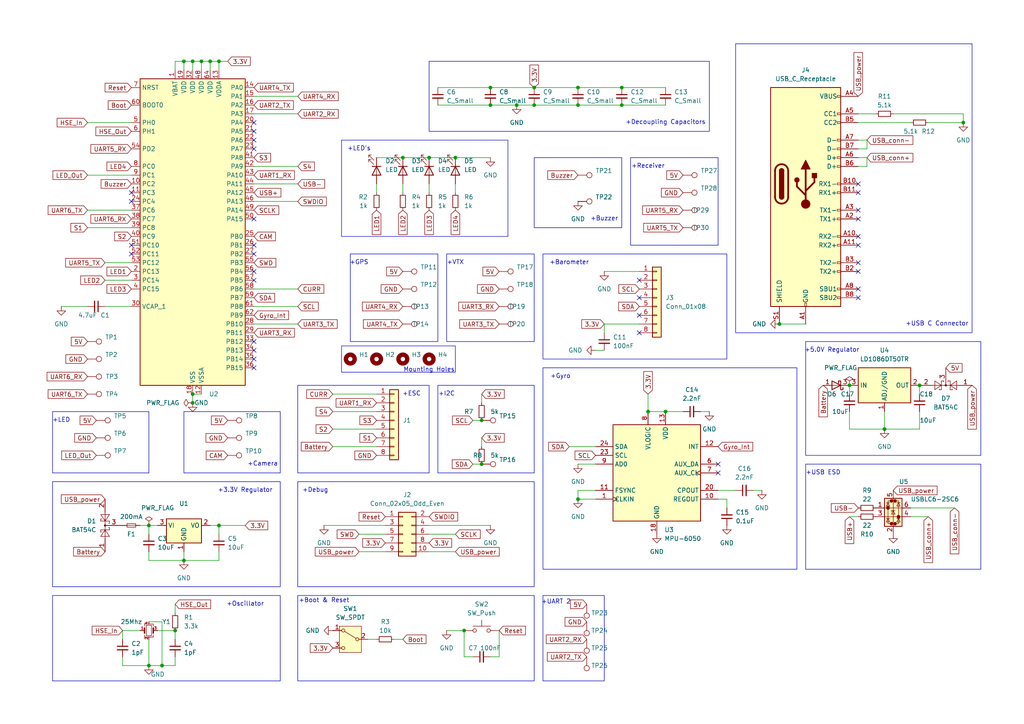
<source format=kicad_sch>
(kicad_sch (version 20231120) (generator "eeschema") (generator_version "8.0")
  (paper "A4")
  (title_block (title "Flight Controller") (date "2024-10-19") (company "Prince Lee Muhera"))
  (lib_symbols
    (symbol "Connector:TestPoint" (pin_numbers hide) (pin_names (offset 0.762) hide)
      (property "Reference" "TP" (at 0 6.858 0))
      (property "Value" "TestPoint" (at 0 5.08 0))
      (symbol "TestPoint_1_1"
        (pin passive line (at 0 0 90) (length 2.54) (name "1") (number "1"))
      )
    )
    (symbol "Connector:USB_C_Receptacle" (pin_names (offset 1.016))
      (property "Reference" "J" (at -10.16 29.21 0))
      (property "Value" "USB_C_Receptacle" (at 10.16 29.21 0))
      (symbol "USB_C_Receptacle_1_1"
        (pin passive line (at 0 -40.64 90) (length 5.08) (name "GND") (number "A1"))
        (pin bidirectional line (at 15.24 -15.24 180) (length 5.08) (name "RX2-") (number "A10"))
        (pin bidirectional line (at 15.24 -17.78 180) (length 5.08) (name "RX2+") (number "A11"))
        (pin passive line (at 0 -40.64 90) (length 5.08) hide (name "GND") (number "A12"))
        (pin bidirectional line (at 15.24 -10.16 180) (length 5.08) (name "TX1+") (number "A2"))
        (pin bidirectional line (at 15.24 -7.62 180) (length 5.08) (name "TX1-") (number "A3"))
        (pin passive line (at 15.24 25.4 180) (length 5.08) (name "VBUS") (number "A4"))
        (pin bidirectional line (at 15.24 20.32 180) (length 5.08) (name "CC1") (number "A5"))
        (pin bidirectional line (at 15.24 7.62 180) (length 5.08) (name "D+") (number "A6"))
        (pin bidirectional line (at 15.24 12.7 180) (length 5.08) (name "D-") (number "A7"))
        (pin bidirectional line (at 15.24 -30.48 180) (length 5.08) (name "SBU1") (number "A8"))
        (pin passive line (at 15.24 25.4 180) (length 5.08) hide (name "VBUS") (number "A9"))
        (pin passive line (at 0 -40.64 90) (length 5.08) hide (name "GND") (number "B1"))
        (pin bidirectional line (at 15.24 0 180) (length 5.08) (name "RX1-") (number "B10"))
        (pin bidirectional line (at 15.24 -2.54 180) (length 5.08) (name "RX1+") (number "B11"))
        (pin passive line (at 0 -40.64 90) (length 5.08) hide (name "GND") (number "B12"))
        (pin bidirectional line (at 15.24 -25.4 180) (length 5.08) (name "TX2+") (number "B2"))
        (pin bidirectional line (at 15.24 -22.86 180) (length 5.08) (name "TX2-") (number "B3"))
        (pin passive line (at 15.24 25.4 180) (length 5.08) hide (name "VBUS") (number "B4"))
        (pin bidirectional line (at 15.24 17.78 180) (length 5.08) (name "CC2") (number "B5"))
        (pin bidirectional line (at 15.24 5.08 180) (length 5.08) (name "D+") (number "B6"))
        (pin bidirectional line (at 15.24 10.16 180) (length 5.08) (name "D-") (number "B7"))
        (pin bidirectional line (at 15.24 -33.02 180) (length 5.08) (name "SBU2") (number "B8"))
        (pin passive line (at 15.24 25.4 180) (length 5.08) hide (name "VBUS") (number "B9"))
        (pin passive line (at -7.62 -40.64 90) (length 5.08) (name "SHIELD") (number "S1"))
      )
    )
    (symbol "Connector_Generic:Conn_01x08" (pin_names (offset 1.016) hide)
      (property "Reference" "J" (at 0 10.16 0))
      (property "Value" "Conn_01x08" (at 0 -12.7 0))
      (symbol "Conn_01x08_1_1"
        (pin passive line (at -5.08 7.62 0) (length 3.81) (name "Pin_1") (number "1"))
        (pin passive line (at -5.08 5.08 0) (length 3.81) (name "Pin_2") (number "2"))
        (pin passive line (at -5.08 2.54 0) (length 3.81) (name "Pin_3") (number "3"))
        (pin passive line (at -5.08 0 0) (length 3.81) (name "Pin_4") (number "4"))
        (pin passive line (at -5.08 -2.54 0) (length 3.81) (name "Pin_5") (number "5"))
        (pin passive line (at -5.08 -5.08 0) (length 3.81) (name "Pin_6") (number "6"))
        (pin passive line (at -5.08 -7.62 0) (length 3.81) (name "Pin_7") (number "7"))
        (pin passive line (at -5.08 -10.16 0) (length 3.81) (name "Pin_8") (number "8"))
      )
    )
    (symbol "Connector_Generic:Conn_02x05_Odd_Even" (pin_names (offset 1.016) hide)
      (property "Reference" "J" (at 1.27 7.62 0))
      (property "Value" "Conn_02x05_Odd_Even" (at 1.27 -7.62 0))
      (symbol "Conn_02x05_Odd_Even_1_1"
        (pin passive line (at -5.08 5.08 0) (length 3.81) (name "Pin_1") (number "1"))
        (pin passive line (at 7.62 -5.08 180) (length 3.81) (name "Pin_10") (number "10"))
        (pin passive line (at 7.62 5.08 180) (length 3.81) (name "Pin_2") (number "2"))
        (pin passive line (at -5.08 2.54 0) (length 3.81) (name "Pin_3") (number "3"))
        (pin passive line (at 7.62 2.54 180) (length 3.81) (name "Pin_4") (number "4"))
        (pin passive line (at -5.08 0 0) (length 3.81) (name "Pin_5") (number "5"))
        (pin passive line (at 7.62 0 180) (length 3.81) (name "Pin_6") (number "6"))
        (pin passive line (at -5.08 -2.54 0) (length 3.81) (name "Pin_7") (number "7"))
        (pin passive line (at 7.62 -2.54 180) (length 3.81) (name "Pin_8") (number "8"))
        (pin passive line (at -5.08 -5.08 0) (length 3.81) (name "Pin_9") (number "9"))
      )
    )
    (symbol "Device:C_Small" (pin_numbers hide) (pin_names (offset 0.254) hide)
      (property "Reference" "C" (at 0.254 1.778 0))
      (property "Value" "C_Small" (at 0.254 -2.032 0))
      (symbol "C_Small_1_1"
        (pin passive line (at 0 2.54 270) (length 2.032) (name "~") (number "1"))
        (pin passive line (at 0 -2.54 90) (length 2.032) (name "~") (number "2"))
      )
    )
    (symbol "Device:Crystal_GND24_Small" (pin_names (offset 1.016) hide)
      (property "Reference" "Y" (at 1.27 4.445 0))
      (property "Value" "Crystal_GND24_Small" (at 1.27 2.54 0))
      (symbol "Crystal_GND24_Small_1_1"
        (pin passive line (at -2.54 0 0) (length 1.27) (name "1") (number "1"))
        (pin passive line (at 0 -2.54 90) (length 0.635) (name "2") (number "2"))
        (pin passive line (at 2.54 0 180) (length 1.27) (name "3") (number "3"))
        (pin passive line (at 0 2.54 270) (length 0.635) (name "4") (number "4"))
      )
    )
    (symbol "Device:Fuse_Small" (pin_numbers hide) (pin_names (offset 0.254) hide)
      (property "Reference" "F" (at 0 -1.524 0))
      (property "Value" "Fuse_Small" (at 0 1.524 0))
      (symbol "Fuse_Small_1_1"
        (pin passive line (at -2.54 0 0) (length 1.27) (name "~") (number "1"))
        (pin passive line (at 2.54 0 180) (length 1.27) (name "~") (number "2"))
      )
    )
    (symbol "Device:LED" (pin_numbers hide) (pin_names (offset 1.016) hide)
      (property "Reference" "D" (at 0 2.54 0))
      (property "Value" "LED" (at 0 -2.54 0))
      (symbol "LED_1_1"
        (pin passive line (at -3.81 0 0) (length 2.54) (name "K") (number "1"))
        (pin passive line (at 3.81 0 180) (length 2.54) (name "A") (number "2"))
      )
    )
    (symbol "Device:R_Small" (pin_numbers hide) (pin_names (offset 0.254) hide)
      (property "Reference" "R" (at 0.762 0.508 0))
      (property "Value" "R_Small" (at 0.762 -1.016 0))
      (symbol "R_Small_1_1"
        (pin passive line (at 0 2.54 270) (length 0.762) (name "~") (number "1"))
        (pin passive line (at 0 -2.54 90) (length 0.762) (name "~") (number "2"))
      )
    )
    (symbol "Diode:BAT54C" (pin_names (offset 1.016))
      (property "Reference" "D" (at 0.635 -3.81 0))
      (property "Value" "BAT54C" (at -6.35 3.175 0))
      (symbol "BAT54C_1_1"
        (pin passive line (at -7.62 0 0) (length 3.81) (name "~") (number "1"))
        (pin passive line (at 7.62 0 180) (length 3.81) (name "~") (number "2"))
        (pin passive line (at 0 -5.08 90) (length 5.08) (name "~") (number "3"))
      )
    )
    (symbol "Diode:BAT54W" (pin_names (offset 1.016) hide)
      (property "Reference" "D" (at 0 2.54 0))
      (property "Value" "BAT54W" (at 0 -2.54 0))
      (symbol "BAT54W_1_1"
        (pin passive line (at 3.81 0 180) (length 2.54) (name "A") (number "1"))
        (pin no_connect line (at 0 0 90) (length 2.54) hide (name "NC") (number "2"))
        (pin passive line (at -3.81 0 0) (length 2.54) (name "K") (number "3"))
      )
    )
    (symbol "MCU_ST_STM32F7:STM32F722RETx"
      (property "Reference" "U" (at -15.24 46.99 0))
      (property "Value" "STM32F722RETx" (at 10.16 46.99 0))
      (symbol "STM32F722RETx_1_1"
        (pin power_in line (at -5.08 48.26 270) (length 2.54) (name "VBAT") (number "1"))
        (pin bidirectional line (at -17.78 15.24 0) (length 2.54) (name "PC2") (number "10"))
        (pin bidirectional line (at -17.78 12.7 0) (length 2.54) (name "PC3") (number "11"))
        (pin power_in line (at 2.54 -45.72 90) (length 2.54) (name "VSSA") (number "12"))
        (pin power_in line (at 7.62 48.26 270) (length 2.54) (name "VDDA") (number "13"))
        (pin bidirectional line (at 17.78 43.18 180) (length 2.54) (name "PA0") (number "14"))
        (pin bidirectional line (at 17.78 40.64 180) (length 2.54) (name "PA1") (number "15"))
        (pin bidirectional line (at 17.78 38.1 180) (length 2.54) (name "PA2") (number "16"))
        (pin bidirectional line (at 17.78 35.56 180) (length 2.54) (name "PA3") (number "17"))
        (pin power_in line (at 0 -45.72 90) (length 2.54) (name "VSS") (number "18"))
        (pin power_in line (at -2.54 48.26 270) (length 2.54) (name "VDD") (number "19"))
        (pin bidirectional line (at -17.78 -10.16 0) (length 2.54) (name "PC13") (number "2"))
        (pin bidirectional line (at 17.78 33.02 180) (length 2.54) (name "PA4") (number "20"))
        (pin bidirectional line (at 17.78 30.48 180) (length 2.54) (name "PA5") (number "21"))
        (pin bidirectional line (at 17.78 27.94 180) (length 2.54) (name "PA6") (number "22"))
        (pin bidirectional line (at 17.78 25.4 180) (length 2.54) (name "PA7") (number "23"))
        (pin bidirectional line (at -17.78 10.16 0) (length 2.54) (name "PC4") (number "24"))
        (pin bidirectional line (at 17.78 0 180) (length 2.54) (name "PB0") (number "25"))
        (pin bidirectional line (at 17.78 -2.54 180) (length 2.54) (name "PB1") (number "26"))
        (pin bidirectional line (at 17.78 -5.08 180) (length 2.54) (name "PB2") (number "27"))
        (pin bidirectional line (at 17.78 -25.4 180) (length 2.54) (name "PB10") (number "28"))
        (pin bidirectional line (at 17.78 -27.94 180) (length 2.54) (name "PB11") (number "29"))
        (pin bidirectional line (at -17.78 -12.7 0) (length 2.54) (name "PC14") (number "3"))
        (pin power_out line (at -17.78 -20.32 0) (length 2.54) (name "VCAP_1") (number "30"))
        (pin passive line (at 0 -45.72 90) (length 2.54) hide (name "VSS") (number "31"))
        (pin power_in line (at 0 48.26 270) (length 2.54) (name "VDD") (number "32"))
        (pin bidirectional line (at 17.78 -30.48 180) (length 2.54) (name "PB12") (number "33"))
        (pin bidirectional line (at 17.78 -33.02 180) (length 2.54) (name "PB13") (number "34"))
        (pin bidirectional line (at 17.78 -35.56 180) (length 2.54) (name "PB14") (number "35"))
        (pin bidirectional line (at 17.78 -38.1 180) (length 2.54) (name "PB15") (number "36"))
        (pin bidirectional line (at -17.78 7.62 0) (length 2.54) (name "PC6") (number "37"))
        (pin bidirectional line (at -17.78 5.08 0) (length 2.54) (name "PC7") (number "38"))
        (pin bidirectional line (at -17.78 2.54 0) (length 2.54) (name "PC8") (number "39"))
        (pin bidirectional line (at -17.78 -15.24 0) (length 2.54) (name "PC15") (number "4"))
        (pin bidirectional line (at -17.78 0 0) (length 2.54) (name "PC9") (number "40"))
        (pin bidirectional line (at 17.78 22.86 180) (length 2.54) (name "PA8") (number "41"))
        (pin bidirectional line (at 17.78 20.32 180) (length 2.54) (name "PA9") (number "42"))
        (pin bidirectional line (at 17.78 17.78 180) (length 2.54) (name "PA10") (number "43"))
        (pin bidirectional line (at 17.78 15.24 180) (length 2.54) (name "PA11") (number "44"))
        (pin bidirectional line (at 17.78 12.7 180) (length 2.54) (name "PA12") (number "45"))
        (pin bidirectional line (at 17.78 10.16 180) (length 2.54) (name "PA13") (number "46"))
        (pin passive line (at 0 -45.72 90) (length 2.54) hide (name "VSS") (number "47"))
        (pin power_in line (at 2.54 48.26 270) (length 2.54) (name "VDD") (number "48"))
        (pin bidirectional line (at 17.78 7.62 180) (length 2.54) (name "PA14") (number "49"))
        (pin bidirectional line (at -17.78 33.02 0) (length 2.54) (name "PH0") (number "5"))
        (pin bidirectional line (at 17.78 5.08 180) (length 2.54) (name "PA15") (number "50"))
        (pin bidirectional line (at -17.78 -2.54 0) (length 2.54) (name "PC10") (number "51"))
        (pin bidirectional line (at -17.78 -5.08 0) (length 2.54) (name "PC11") (number "52"))
        (pin bidirectional line (at -17.78 -7.62 0) (length 2.54) (name "PC12") (number "53"))
        (pin bidirectional line (at -17.78 25.4 0) (length 2.54) (name "PD2") (number "54"))
        (pin bidirectional line (at 17.78 -7.62 180) (length 2.54) (name "PB3") (number "55"))
        (pin bidirectional line (at 17.78 -10.16 180) (length 2.54) (name "PB4") (number "56"))
        (pin bidirectional line (at 17.78 -12.7 180) (length 2.54) (name "PB5") (number "57"))
        (pin bidirectional line (at 17.78 -15.24 180) (length 2.54) (name "PB6") (number "58"))
        (pin bidirectional line (at 17.78 -17.78 180) (length 2.54) (name "PB7") (number "59"))
        (pin bidirectional line (at -17.78 30.48 0) (length 2.54) (name "PH1") (number "6"))
        (pin input line (at -17.78 38.1 0) (length 2.54) (name "BOOT0") (number "60"))
        (pin bidirectional line (at 17.78 -20.32 180) (length 2.54) (name "PB8") (number "61"))
        (pin bidirectional line (at 17.78 -22.86 180) (length 2.54) (name "PB9") (number "62"))
        (pin passive line (at 0 -45.72 90) (length 2.54) hide (name "VSS") (number "63"))
        (pin power_in line (at 5.08 48.26 270) (length 2.54) (name "VDD") (number "64"))
        (pin input line (at -17.78 43.18 0) (length 2.54) (name "NRST") (number "7"))
        (pin bidirectional line (at -17.78 20.32 0) (length 2.54) (name "PC0") (number "8"))
        (pin bidirectional line (at -17.78 17.78 0) (length 2.54) (name "PC1") (number "9"))
      )
    )
    (symbol "Mechanical:MountingHole" (pin_names (offset 1.016)) (exclude_from_sim yes) (in_bom no)
      (property "Reference" "H" (at 0 5.08 0))
      (property "Value" "MountingHole" (at 0 3.175 0))
    )
    (symbol "Power_Protection:USBLC6-2SC6" (pin_names hide)
      (property "Reference" "U" (at 0.635 5.715 0))
      (property "Value" "USBLC6-2SC6" (at 0.635 3.81 0))
      (symbol "USBLC6-2SC6_1_1"
        (pin passive line (at -5.08 0 0) (length 2.54) (name "I/O1") (number "1"))
        (pin passive line (at 0 -7.62 90) (length 2.54) (name "GND") (number "2"))
        (pin passive line (at -5.08 -2.54 0) (length 2.54) (name "I/O2") (number "3"))
        (pin passive line (at 5.08 -2.54 180) (length 2.54) (name "I/O2") (number "4"))
        (pin passive line (at 0 5.08 270) (length 2.54) (name "VBUS") (number "5"))
        (pin passive line (at 5.08 0 180) (length 2.54) (name "I/O1") (number "6"))
      )
    )
    (symbol "Regulator_Linear:LD1086DT50TR"
      (property "Reference" "U" (at 0 10.16 0))
      (property "Value" "LD1086DT50TR" (at 0 7.62 0))
      (symbol "LD1086DT50TR_1_1"
        (pin input line (at 0 -7.62 90) (length 2.54) (name "ADJ/GND") (number "1"))
        (pin power_out line (at 10.16 0 180) (length 2.54) (name "OUT") (number "2"))
        (pin power_in line (at -10.16 0 0) (length 2.54) (name "IN") (number "3"))
      )
    )
    (symbol "Regulator_Linear:NCP1117-1.5_SOT223"
      (property "Reference" "U" (at -3.81 3.175 0))
      (property "Value" "NCP1117-1.5_SOT223" (at 0 3.175 0))
      (symbol "NCP1117-1.5_SOT223_1_1"
        (pin power_in line (at 0 -7.62 90) (length 2.54) (name "GND") (number "1"))
        (pin power_out line (at 7.62 0 180) (length 2.54) (name "VO") (number "2"))
        (pin power_in line (at -7.62 0 0) (length 2.54) (name "VI") (number "3"))
      )
    )
    (symbol "Sensor_Motion:MPU-6050"
      (property "Reference" "U" (at -11.43 13.97 0))
      (property "Value" "MPU-6050" (at 7.62 -15.24 0))
      (symbol "MPU-6050_0_0"
        (text "" (at 12.7 -2.54 0) (effects (font (size 1.27 1.27))))
      )
      (symbol "MPU-6050_1_1"
        (pin input clock (at -17.78 -7.62 0) (length 5.08) (name "CLKIN") (number "1"))
        (pin passive line (at 17.78 -7.62 180) (length 5.08) (name "REGOUT") (number "10"))
        (pin input line (at -17.78 -5.08 0) (length 5.08) (name "FSYNC") (number "11"))
        (pin output line (at 17.78 7.62 180) (length 5.08) (name "INT") (number "12"))
        (pin power_in line (at 2.54 17.78 270) (length 3.81) (name "VDD") (number "13"))
        (pin no_connect line (at -12.7 -10.16 0) (length 2.54) hide (name "NC") (number "14"))
        (pin no_connect line (at 12.7 12.7 180) (length 2.54) hide (name "NC") (number "15"))
        (pin no_connect line (at 12.7 10.16 180) (length 2.54) hide (name "NC") (number "16"))
        (pin no_connect line (at 12.7 5.08 180) (length 2.54) hide (name "NC") (number "17"))
        (pin power_in line (at 0 -17.78 90) (length 3.81) (name "GND") (number "18"))
        (pin no_connect line (at 12.7 -10.16 180) (length 2.54) hide (name "RESV") (number "19"))
        (pin no_connect line (at -12.7 12.7 0) (length 2.54) hide (name "NC") (number "2"))
        (pin passive line (at 17.78 -5.08 180) (length 5.08) (name "CPOUT") (number "20"))
        (pin no_connect line (at 12.7 -2.54 180) (length 2.54) hide (name "RESV") (number "21"))
        (pin no_connect line (at 12.7 -12.7 180) (length 2.54) hide (name "RESV") (number "22"))
        (pin input line (at -17.78 5.08 0) (length 5.08) (name "SCL") (number "23"))
        (pin bidirectional line (at -17.78 7.62 0) (length 5.08) (name "SDA") (number "24"))
        (pin no_connect line (at -12.7 10.16 0) (length 2.54) hide (name "NC") (number "3"))
        (pin no_connect line (at -12.7 0 0) (length 2.54) hide (name "NC") (number "4"))
        (pin no_connect line (at -12.7 -2.54 0) (length 2.54) hide (name "NC") (number "5"))
        (pin bidirectional line (at 17.78 2.54 180) (length 5.08) (name "AUX_DA") (number "6"))
        (pin output clock (at 17.78 0 180) (length 5.08) (name "AUX_CL") (number "7"))
        (pin power_in line (at -2.54 17.78 270) (length 3.81) (name "VLOGIC") (number "8"))
        (pin input line (at -17.78 2.54 0) (length 5.08) (name "AD0") (number "9"))
      )
    )
    (symbol "Switch:SW_Push" (pin_numbers hide) (pin_names (offset 1.016) hide)
      (property "Reference" "SW" (at 1.27 2.54 0))
      (property "Value" "SW_Push" (at 0 -1.524 0))
      (symbol "SW_Push_0_1"
        (pin passive line (at -5.08 0 0) (length 2.54) (name "1") (number "1"))
        (pin passive line (at 5.08 0 180) (length 2.54) (name "2") (number "2"))
      )
    )
    (symbol "Switch:SW_SPDT" (pin_names (offset 0) hide)
      (property "Reference" "SW" (at 0 5.08 0))
      (property "Value" "SW_SPDT" (at 0 -5.08 0))
      (symbol "SW_SPDT_1_1"
        (pin passive line (at 5.08 2.54 180) (length 2.54) (name "A") (number "1"))
        (pin passive line (at -5.08 0 0) (length 2.54) (name "B") (number "2"))
        (pin passive line (at 5.08 -2.54 180) (length 2.54) (name "C") (number "3"))
      )
    )
    (symbol "power:GND" (power) (pin_numbers hide) (pin_names (offset 0) hide)
      (property "Value" "GND" (at 0 -3.81 0))
      (symbol "GND_1_1"
        (pin power_in line (at 0 0 270) (length 0) (name "~") (number "1"))
      )
    )
    (symbol "power:PWR_FLAG" (power) (pin_numbers hide) (pin_names (offset 0) hide)
      (property "Value" "PWR_FLAG" (at 0 3.81 0))
      (symbol "PWR_FLAG_0_0"
        (pin power_out line (at 0 0 90) (length 0) (name "~") (number "1"))
      )
    )
  )
  (junction (at 279.4 35.56))
  (junction (at 60.96 17.78))
  (junction (at 180.34 25.4))
  (junction (at 63.5 17.78))
  (junction (at 149.86 30.48))
  (junction (at 154.94 25.4))
  (junction (at 266.7 111.76))
  (junction (at 139.7 134.62))
  (junction (at 63.5 152.4))
  (junction (at 139.7 121.92))
  (junction (at 154.94 30.48))
  (junction (at 193.04 119.38))
  (junction (at 180.34 30.48))
  (junction (at 53.34 162.56))
  (junction (at 167.64 25.4))
  (junction (at 226.06 93.98))
  (junction (at 58.42 17.78))
  (junction (at 256.54 124.46))
  (junction (at 142.24 30.48))
  (junction (at 134.62 182.88))
  (junction (at 124.46 45.72))
  (junction (at 167.64 144.78))
  (junction (at 43.18 193.04))
  (junction (at 167.64 30.48))
  (junction (at 55.88 116.84))
  (junction (at 132.08 45.72))
  (junction (at 50.8 182.88))
  (junction (at 53.34 17.78))
  (junction (at 55.88 17.78))
  (junction (at 55.88 114.3))
  (junction (at 43.18 152.4))
  (junction (at 46.99 193.04))
  (junction (at 142.24 25.4))
  (junction (at 246.38 111.76))
  (junction (at 116.84 45.72))
  (junction (at 187.96 119.38))
  (no_connect (at 185.42 96.52))
  (no_connect (at 38.1 55.88))
  (no_connect (at 73.66 73.66))
  (no_connect (at 73.66 104.14))
  (no_connect (at 73.66 101.6))
  (no_connect (at 73.66 63.5))
  (no_connect (at 248.92 86.36))
  (no_connect (at 248.92 55.88))
  (no_connect (at 248.92 63.5))
  (no_connect (at 38.1 73.66))
  (no_connect (at 248.92 78.74))
  (no_connect (at 248.92 68.58))
  (no_connect (at 73.66 71.12))
  (no_connect (at 73.66 99.06))
  (no_connect (at 73.66 35.56))
  (no_connect (at 73.66 81.28))
  (no_connect (at 73.66 40.64))
  (no_connect (at 208.28 134.62))
  (no_connect (at 73.66 43.18))
  (no_connect (at 248.92 53.34))
  (no_connect (at 208.28 137.16))
  (no_connect (at 248.92 83.82))
  (no_connect (at 73.66 38.1))
  (no_connect (at 185.42 86.36))
  (no_connect (at 73.66 78.74))
  (no_connect (at 185.42 81.28))
  (no_connect (at 248.92 76.2))
  (no_connect (at 38.1 58.42))
  (no_connect (at 38.1 71.12))
  (no_connect (at 185.42 91.44))
  (no_connect (at 73.66 106.68))
  (no_connect (at 248.92 60.96))
  (no_connect (at 248.92 71.12))
  (wire (pts (xy 208.28 144.78) (xy 210.82 144.78)))
  (wire (pts (xy 167.64 142.24) (xy 167.64 144.78)))
  (wire (pts (xy 63.5 152.4) (xy 63.5 154.94)))
  (wire (pts (xy 142.24 25.4) (xy 154.94 25.4)))
  (wire (pts (xy 142.24 30.48) (xy 149.86 30.48)))
  (wire (pts (xy 175.26 93.98) (xy 175.26 96.52)))
  (wire (pts (xy 104.14 154.94) (xy 111.76 154.94)))
  (wire (pts (xy 30.48 88.9) (xy 38.1 88.9)))
  (wire (pts (xy 60.96 17.78) (xy 60.96 20.32)))
  (wire (pts (xy 251.46 43.18) (xy 251.46 40.64)))
  (wire (pts (xy 55.88 17.78) (xy 58.42 17.78)))
  (wire (pts (xy 40.64 152.4) (xy 43.18 152.4)))
  (wire (pts (xy 132.08 53.34) (xy 132.08 55.88)))
  (wire (pts (xy 167.64 30.48) (xy 180.34 30.48)))
  (wire (pts (xy 25.4 35.56) (xy 38.1 35.56)))
  (wire (pts (xy 50.8 17.78) (xy 53.34 17.78)))
  (wire (pts (xy 144.78 190.5) (xy 142.24 190.5)))
  (wire (pts (xy 104.14 160.02) (xy 111.76 160.02)))
  (wire (pts (xy 175.26 93.98) (xy 185.42 93.98)))
  (wire (pts (xy 210.82 144.78) (xy 210.82 147.32)))
  (wire (pts (xy 63.5 17.78) (xy 66.04 17.78)))
  (wire (pts (xy 246.38 124.46) (xy 256.54 124.46)))
  (wire (pts (xy 114.3 185.42) (xy 116.84 185.42)))
  (wire (pts (xy 124.46 154.94) (xy 132.08 154.94)))
  (wire (pts (xy 269.24 35.56) (xy 279.4 35.56)))
  (wire (pts (xy 43.18 160.02) (xy 43.18 162.56)))
  (wire (pts (xy 96.52 119.38) (xy 109.22 119.38)))
  (wire (pts (xy 279.4 33.02) (xy 279.4 35.56)))
  (wire (pts (xy 134.62 182.88) (xy 134.62 190.5)))
  (wire (pts (xy 124.46 152.4) (xy 142.24 152.4)))
  (wire (pts (xy 172.72 142.24) (xy 167.64 142.24)))
  (wire (pts (xy 63.5 162.56) (xy 53.34 162.56)))
  (wire (pts (xy 124.46 45.72) (xy 132.08 45.72)))
  (wire (pts (xy 248.92 40.64) (xy 251.46 40.64)))
  (wire (pts (xy 35.56 185.42) (xy 35.56 182.88)))
  (wire (pts (xy 93.98 152.4) (xy 111.76 152.4)))
  (wire (pts (xy 154.94 25.4) (xy 167.64 25.4)))
  (wire (pts (xy 137.16 134.62) (xy 139.7 134.62)))
  (wire (pts (xy 63.5 17.78) (xy 63.5 20.32)))
  (wire (pts (xy 60.96 17.78) (xy 63.5 17.78)))
  (wire (pts (xy 129.54 182.88) (xy 134.62 182.88)))
  (wire (pts (xy 73.66 93.98) (xy 86.36 93.98)))
  (wire (pts (xy 137.16 121.92) (xy 139.7 121.92)))
  (wire (pts (xy 43.18 162.56) (xy 53.34 162.56)))
  (wire (pts (xy 53.34 160.02) (xy 53.34 162.56)))
  (wire (pts (xy 43.18 180.34) (xy 46.99 180.34)))
  (wire (pts (xy 248.92 48.26) (xy 251.46 48.26)))
  (wire (pts (xy 50.8 175.26) (xy 50.8 177.8)))
  (wire (pts (xy 266.7 114.3) (xy 266.7 111.76)))
  (wire (pts (xy 124.46 53.34) (xy 124.46 55.88)))
  (wire (pts (xy 30.48 81.28) (xy 38.1 81.28)))
  (wire (pts (xy 50.8 20.32) (xy 50.8 17.78)))
  (wire (pts (xy 73.66 88.9) (xy 86.36 88.9)))
  (wire (pts (xy 167.64 144.78) (xy 172.72 144.78)))
  (wire (pts (xy 149.86 30.48) (xy 154.94 30.48)))
  (wire (pts (xy 246.38 119.38) (xy 246.38 124.46)))
  (wire (pts (xy 167.64 134.62) (xy 172.72 134.62)))
  (wire (pts (xy 55.88 17.78) (xy 55.88 20.32)))
  (wire (pts (xy 180.34 30.48) (xy 193.04 30.48)))
  (wire (pts (xy 53.34 17.78) (xy 55.88 17.78)))
  (wire (pts (xy 53.34 17.78) (xy 53.34 20.32)))
  (wire (pts (xy 172.72 101.6) (xy 175.26 101.6)))
  (wire (pts (xy 43.18 152.4) (xy 45.72 152.4)))
  (wire (pts (xy 218.44 142.24) (xy 220.98 142.24)))
  (wire (pts (xy 251.46 48.26) (xy 251.46 45.72)))
  (wire (pts (xy 269.24 149.86) (xy 264.16 149.86)))
  (wire (pts (xy 266.7 119.38) (xy 266.7 124.46)))
  (wire (pts (xy 35.56 182.88) (xy 40.64 182.88)))
  (wire (pts (xy 96.52 124.46) (xy 109.22 124.46)))
  (wire (pts (xy 17.78 88.9) (xy 25.4 88.9)))
  (wire (pts (xy 248.92 33.02) (xy 254 33.02)))
  (wire (pts (xy 45.72 182.88) (xy 50.8 182.88)))
  (wire (pts (xy 132.08 45.72) (xy 142.24 45.72)))
  (wire (pts (xy 208.28 142.24) (xy 213.36 142.24)))
  (wire (pts (xy 25.4 66.04) (xy 38.1 66.04)))
  (wire (pts (xy 127 25.4) (xy 142.24 25.4)))
  (wire (pts (xy 73.66 27.94) (xy 86.36 27.94)))
  (wire (pts (xy 73.66 53.34) (xy 86.36 53.34)))
  (wire (pts (xy 180.34 25.4) (xy 193.04 25.4)))
  (wire (pts (xy 256.54 119.38) (xy 256.54 124.46)))
  (wire (pts (xy 187.96 114.3) (xy 187.96 119.38)))
  (wire (pts (xy 226.06 93.98) (xy 233.68 93.98)))
  (wire (pts (xy 134.62 190.5) (xy 137.16 190.5)))
  (wire (pts (xy 73.66 58.42) (xy 86.36 58.42)))
  (wire (pts (xy 259.08 33.02) (xy 279.4 33.02)))
  (wire (pts (xy 73.66 48.26) (xy 86.36 48.26)))
  (wire (pts (xy 109.22 45.72) (xy 116.84 45.72)))
  (wire (pts (xy 63.5 152.4) (xy 71.12 152.4)))
  (wire (pts (xy 30.48 76.2) (xy 38.1 76.2)))
  (wire (pts (xy 50.8 193.04) (xy 50.8 190.5)))
  (wire (pts (xy 124.46 160.02) (xy 132.08 160.02)))
  (wire (pts (xy 63.5 160.02) (xy 63.5 162.56)))
  (wire (pts (xy 175.26 78.74) (xy 185.42 78.74)))
  (wire (pts (xy 144.78 182.88) (xy 144.78 190.5)))
  (wire (pts (xy 43.18 193.04) (xy 46.99 193.04)))
  (wire (pts (xy 193.04 119.38) (xy 198.12 119.38)))
  (wire (pts (xy 25.4 50.8) (xy 38.1 50.8)))
  (wire (pts (xy 96.52 129.54) (xy 109.22 129.54)))
  (wire (pts (xy 116.84 45.72) (xy 124.46 45.72)))
  (wire (pts (xy 139.7 116.84) (xy 139.7 114.3)))
  (wire (pts (xy 58.42 17.78) (xy 58.42 20.32)))
  (wire (pts (xy 248.92 43.18) (xy 251.46 43.18)))
  (wire (pts (xy 106.68 185.42) (xy 109.22 185.42)))
  (wire (pts (xy 60.96 152.4) (xy 63.5 152.4)))
  (wire (pts (xy 50.8 182.88) (xy 50.8 185.42)))
  (wire (pts (xy 116.84 53.34) (xy 116.84 55.88)))
  (wire (pts (xy 246.38 149.86) (xy 248.92 149.86)))
  (wire (pts (xy 43.18 152.4) (xy 43.18 154.94)))
  (wire (pts (xy 25.4 60.96) (xy 38.1 60.96)))
  (wire (pts (xy 46.99 193.04) (xy 50.8 193.04)))
  (wire (pts (xy 203.2 119.38) (xy 205.74 119.38)))
  (wire (pts (xy 73.66 33.02) (xy 86.36 33.02)))
  (wire (pts (xy 58.42 114.3) (xy 55.88 114.3)))
  (wire (pts (xy 187.96 119.38) (xy 193.04 119.38)))
  (wire (pts (xy 109.22 53.34) (xy 109.22 55.88)))
  (wire (pts (xy 266.7 124.46) (xy 256.54 124.46)))
  (wire (pts (xy 55.88 114.3) (xy 55.88 116.84)))
  (wire (pts (xy 96.52 114.3) (xy 109.22 114.3)))
  (wire (pts (xy 46.99 180.34) (xy 46.99 193.04)))
  (wire (pts (xy 58.42 17.78) (xy 60.96 17.78)))
  (wire (pts (xy 73.66 83.82) (xy 86.36 83.82)))
  (wire (pts (xy 139.7 129.54) (xy 139.7 127)))
  (wire (pts (xy 165.1 129.54) (xy 172.72 129.54)))
  (wire (pts (xy 167.64 25.4) (xy 180.34 25.4)))
  (wire (pts (xy 154.94 30.48) (xy 167.64 30.48)))
  (wire (pts (xy 43.18 185.42) (xy 43.18 193.04)))
  (wire (pts (xy 246.38 114.3) (xy 246.38 111.76)))
  (wire (pts (xy 248.92 45.72) (xy 251.46 45.72)))
  (wire (pts (xy 248.92 35.56) (xy 264.16 35.56)))
  (wire (pts (xy 127 30.48) (xy 142.24 30.48)))
  (wire (pts (xy 35.56 193.04) (xy 43.18 193.04)))
  (wire (pts (xy 264.16 147.32) (xy 276.86 147.32)))
  (wire (pts (xy 35.56 190.5) (xy 35.56 193.04)))
  (rectangle (start 53.34 119.38) (end 81.28 137.16))
  (rectangle (start 157.48 73.66) (end 210.82 104.14))
  (rectangle (start 182.88 45.72) (end 208.28 71.12))
  (rectangle (start 101.6 73.66) (end 127 99.06))
  (rectangle (start 129.54 73.66) (end 154.94 99.06))
  (rectangle (start 99.06 40.64) (end 147.32 68.58))
  (rectangle (start 127 111.76) (end 154.94 137.16))
  (rectangle (start 86.36 111.76) (end 124.46 137.16))
  (rectangle (start 157.48 106.68) (end 231.14 165.1))
  (rectangle (start 15.24 139.7) (end 81.28 170.18))
  (rectangle (start 15.24 119.38) (end 43.18 137.16))
  (rectangle (start 99.06 100.33) (end 132.08 107.95))
  (rectangle (start 86.36 172.72) (end 154.94 197.485))
  (rectangle (start 213.36 12.7) (end 281.94 96.52))
  (rectangle (start 15.24 172.72) (end 81.28 197.485))
  (rectangle (start 86.36 139.7) (end 154.94 170.18))
  (rectangle (start 124.46 17.78) (end 205.74 38.1))
  (rectangle (start 154.94 45.72) (end 180.34 66.04))
  (rectangle (start 157.48 172.72) (end 175.26 197.485))
  (rectangle (start 233.68 99.06) (end 284.48 132.08))
  (rectangle (start 233.68 134.62) (end 284.48 165.1))
  (text "+Receiver" (at 187.96 48.26 0) (effects (font (size 1.27 1.27))))
  (text "+Barometer\n" (at 165.1 76.2 0) (effects (font (size 1.27 1.27))))
  (text "+ESC" (at 119.38 114.3 0) (effects (font (size 1.27 1.27))))
  (text "+Camera\n" (at 76.2 134.62 0) (effects (font (size 1.27 1.27))))
  (text "+5.0V Regulator" (at 241.3 101.6 0) (effects (font (size 1.27 1.27))))
  (text "+3.3V Regulator\n" (at 71.12 142.24 0) (effects (font (size 1.27 1.27))))
  (text "+Boot & Reset\n\n" (at 93.98 175.26 0) (effects (font (size 1.27 1.27))))
  (text "+Debug\n" (at 91.44 142.24 0) (effects (font (size 1.27 1.27))))
  (text "+Decoupling Capacitors" (at 193.04 35.56 0) (effects (font (size 1.27 1.27))))
  (text "+LED\n" (at 17.78 121.92 0) (effects (font (size 1.27 1.27))))
  (text "+VTX\n" (at 132.08 76.2 0) (effects (font (size 1.27 1.27))))
  (text "+USB C Connector\n" (at 271.78 93.98 0) (effects (font (size 1.27 1.27))))
  (text "+Gyro\n" (at 162.56 109.22 0) (effects (font (size 1.27 1.27))))
  (text "+I2C" (at 129.54 114.3 0) (effects (font (size 1.27 1.27))))
  (text "+Buzzer\n" (at 175.26 63.5 0) (effects (font (size 1.27 1.27))))
  (text "+UART 2" (at 161.29 174.625 0) (effects (font (size 1.27 1.27))))
  (text "+LED's\n" (at 104.14 43.18 0) (effects (font (size 1.27 1.27))))
  (text "+Oscillator" (at 71.12 175.26 0) (effects (font (size 1.27 1.27))))
  (text "+GPS\n" (at 104.14 76.2 0) (effects (font (size 1.27 1.27))))
  (text "Mounting Holes" (at 124.46 107.315 0) (effects (font (size 1.27 1.27))))
  (text "+USB ESD\n" (at 238.76 137.16 0) (effects (font (size 1.27 1.27))))
  (global_label "SDA" (shape input) (at 73.66 86.36 0) (property "Intersheetrefs" "${INTERSHEET_REFS}" (effects (hide yes))))
  (global_label "UART3_TX" (shape input) (at 144.78 93.98 180) (property "Intersheetrefs" "${INTERSHEET_REFS}" (effects (hide yes))))
  (global_label "UART5_RX" (shape input) (at 198.12 60.96 180) (property "Intersheetrefs" "${INTERSHEET_REFS}" (effects (hide yes))))
  (global_label "UART6_TX" (shape input) (at 25.4 114.3 180) (property "Intersheetrefs" "${INTERSHEET_REFS}" (effects (hide yes))))
  (global_label "Boot" (shape input) (at 116.84 185.42 0) (property "Intersheetrefs" "${INTERSHEET_REFS}" (effects (hide yes))))
  (global_label "GND" (shape input) (at 198.12 55.88 180) (property "Intersheetrefs" "${INTERSHEET_REFS}" (effects (hide yes))))
  (global_label "GND" (shape input) (at 25.4 104.14 180) (property "Intersheetrefs" "${INTERSHEET_REFS}" (effects (hide yes))))
  (global_label "Battery" (shape input) (at 96.52 129.54 180) (property "Intersheetrefs" "${INTERSHEET_REFS}" (effects (hide yes))))
  (global_label "HSE_In" (shape input) (at 25.4 35.56 180) (property "Intersheetrefs" "${INTERSHEET_REFS}" (effects (hide yes))))
  (global_label "Buzzer" (shape input) (at 38.1 53.34 180) (property "Intersheetrefs" "${INTERSHEET_REFS}" (effects (hide yes))))
  (global_label "5V" (shape input) (at 25.4 99.06 180) (property "Intersheetrefs" "${INTERSHEET_REFS}" (effects (hide yes))))
  (global_label "SWD" (shape input) (at 73.66 76.2 0) (property "Intersheetrefs" "${INTERSHEET_REFS}" (effects (hide yes))))
  (global_label "Gyro_Int" (shape input) (at 208.28 129.54 0) (property "Intersheetrefs" "${INTERSHEET_REFS}" (effects (hide yes))))
  (global_label "USB_power" (shape input) (at 259.08 142.24 0) (property "Intersheetrefs" "${INTERSHEET_REFS}" (effects (hide yes))))
  (global_label "LED_Out" (shape input) (at 27.94 132.08 180) (property "Intersheetrefs" "${INTERSHEET_REFS}" (effects (hide yes))))
  (global_label "LED2" (shape input) (at 116.84 60.96 270) (property "Intersheetrefs" "${INTERSHEET_REFS}" (effects (hide yes))))
  (global_label "USB_power" (shape input) (at 132.08 160.02 0) (property "Intersheetrefs" "${INTERSHEET_REFS}" (effects (hide yes))))
  (global_label "CAM" (shape input) (at 66.04 132.08 180) (property "Intersheetrefs" "${INTERSHEET_REFS}" (effects (hide yes))))
  (global_label "GND" (shape input) (at 27.94 127 180) (property "Intersheetrefs" "${INTERSHEET_REFS}" (effects (hide yes))))
  (global_label "S1" (shape input) (at 109.22 127 180) (property "Intersheetrefs" "${INTERSHEET_REFS}" (effects (hide yes))))
  (global_label "USB_conn-" (shape input) (at 251.46 40.64 0) (property "Intersheetrefs" "${INTERSHEET_REFS}" (effects (hide yes))))
  (global_label "SCL" (shape input) (at 185.42 83.82 180) (property "Intersheetrefs" "${INTERSHEET_REFS}" (effects (hide yes))))
  (global_label "CURR" (shape input) (at 96.52 114.3 180) (property "Intersheetrefs" "${INTERSHEET_REFS}" (effects (hide yes))))
  (global_label "USB_power" (shape input) (at 30.48 144.78 180) (property "Intersheetrefs" "${INTERSHEET_REFS}" (effects (hide yes))))
  (global_label "Battery" (shape input) (at 238.76 111.76 270) (property "Intersheetrefs" "${INTERSHEET_REFS}" (effects (hide yes))))
  (global_label "UART4_RX" (shape input) (at 116.84 88.9 180) (property "Intersheetrefs" "${INTERSHEET_REFS}" (effects (hide yes))))
  (global_label "5V" (shape input) (at 66.04 121.92 180) (property "Intersheetrefs" "${INTERSHEET_REFS}" (effects (hide yes))))
  (global_label "3.3V" (shape input) (at 71.12 152.4 0) (property "Intersheetrefs" "${INTERSHEET_REFS}" (effects (hide yes))))
  (global_label "UART3_RX" (shape input) (at 73.66 96.52 0) (property "Intersheetrefs" "${INTERSHEET_REFS}" (effects (hide yes))))
  (global_label "LED1" (shape input) (at 38.1 78.74 180) (property "Intersheetrefs" "${INTERSHEET_REFS}" (effects (hide yes))))
  (global_label "SDA" (shape input) (at 165.1 129.54 180) (property "Intersheetrefs" "${INTERSHEET_REFS}" (effects (hide yes))))
  (global_label "S3" (shape input) (at 109.22 121.92 180) (property "Intersheetrefs" "${INTERSHEET_REFS}" (effects (hide yes))))
  (global_label "USB_conn-" (shape input) (at 276.86 147.32 270) (property "Intersheetrefs" "${INTERSHEET_REFS}" (effects (hide yes))))
  (global_label "5V" (shape input) (at 198.12 50.8 180) (property "Intersheetrefs" "${INTERSHEET_REFS}" (effects (hide yes))))
  (global_label "GND" (shape input) (at 109.22 132.08 180) (property "Intersheetrefs" "${INTERSHEET_REFS}" (effects (hide yes))))
  (global_label "3.3V" (shape input) (at 139.7 127 0) (property "Intersheetrefs" "${INTERSHEET_REFS}" (effects (hide yes))))
  (global_label "S2" (shape input) (at 96.52 124.46 180) (property "Intersheetrefs" "${INTERSHEET_REFS}" (effects (hide yes))))
  (global_label "SCL" (shape input) (at 86.36 88.9 0) (property "Intersheetrefs" "${INTERSHEET_REFS}" (effects (hide yes))))
  (global_label "Reset" (shape input) (at 38.1 25.4 180) (property "Intersheetrefs" "${INTERSHEET_REFS}" (effects (hide yes))))
  (global_label "UART4_RX" (shape input) (at 86.36 27.94 0) (property "Intersheetrefs" "${INTERSHEET_REFS}" (effects (hide yes))))
  (global_label "5V" (shape input) (at 274.32 106.68 0) (property "Intersheetrefs" "${INTERSHEET_REFS}" (effects (hide yes))))
  (global_label "LED_Out" (shape input) (at 25.4 50.8 180) (property "Intersheetrefs" "${INTERSHEET_REFS}" (effects (hide yes))))
  (global_label "Gyro_Int" (shape input) (at 73.66 91.44 0) (property "Intersheetrefs" "${INTERSHEET_REFS}" (effects (hide yes))))
  (global_label "USB_power" (shape input) (at 104.14 160.02 180) (property "Intersheetrefs" "${INTERSHEET_REFS}" (effects (hide yes))))
  (global_label "LED2" (shape input) (at 30.48 81.28 180) (property "Intersheetrefs" "${INTERSHEET_REFS}" (effects (hide yes))))
  (global_label "5V" (shape input) (at 170.18 175.26 180) (property "Intersheetrefs" "${INTERSHEET_REFS}" (effects (hide yes))))
  (global_label "Buzzer" (shape input) (at 167.64 50.8 180) (property "Intersheetrefs" "${INTERSHEET_REFS}" (effects (hide yes))))
  (global_label "3.3V" (shape input) (at 111.76 157.48 180) (property "Intersheetrefs" "${INTERSHEET_REFS}" (effects (hide yes))))
  (global_label "3.3V" (shape input) (at 96.52 187.96 180) (property "Intersheetrefs" "${INTERSHEET_REFS}" (effects (hide yes))))
  (global_label "USB-" (shape input) (at 248.92 147.32 180) (property "Intersheetrefs" "${INTERSHEET_REFS}" (effects (hide yes))))
  (global_label "UART2_RX" (shape input) (at 170.18 185.42 180) (property "Intersheetrefs" "${INTERSHEET_REFS}" (effects (hide yes))))
  (global_label "HSE_Out" (shape input) (at 50.8 175.26 0) (property "Intersheetrefs" "${INTERSHEET_REFS}" (effects (hide yes))))
  (global_label "GND" (shape input) (at 66.04 127 180) (property "Intersheetrefs" "${INTERSHEET_REFS}" (effects (hide yes))))
  (global_label "GND" (shape input) (at 116.84 83.82 180) (property "Intersheetrefs" "${INTERSHEET_REFS}" (effects (hide yes))))
  (global_label "SDA" (shape input) (at 137.16 134.62 180) (property "Intersheetrefs" "${INTERSHEET_REFS}" (effects (hide yes))))
  (global_label "SCL" (shape input) (at 137.16 121.92 180) (property "Intersheetrefs" "${INTERSHEET_REFS}" (effects (hide yes))))
  (global_label "SWDIO" (shape input) (at 124.46 149.86 0) (property "Intersheetrefs" "${INTERSHEET_REFS}" (effects (hide yes))))
  (global_label "HSE_Out" (shape input) (at 38.1 38.1 180) (property "Intersheetrefs" "${INTERSHEET_REFS}" (effects (hide yes))))
  (global_label "UART1_RX" (shape input) (at 73.66 50.8 0) (property "Intersheetrefs" "${INTERSHEET_REFS}" (effects (hide yes))))
  (global_label "SCL" (shape input) (at 172.72 132.08 180) (property "Intersheetrefs" "${INTERSHEET_REFS}" (effects (hide yes))))
  (global_label "S3" (shape input) (at 73.66 45.72 0) (property "Intersheetrefs" "${INTERSHEET_REFS}" (effects (hide yes))))
  (global_label "CAM" (shape input) (at 73.66 68.58 0) (property "Intersheetrefs" "${INTERSHEET_REFS}" (effects (hide yes))))
  (global_label "UART3_RX" (shape input) (at 144.78 88.9 180) (property "Intersheetrefs" "${INTERSHEET_REFS}" (effects (hide yes))))
  (global_label "UART5_TX" (shape input) (at 30.48 76.2 180) (property "Intersheetrefs" "${INTERSHEET_REFS}" (effects (hide yes))))
  (global_label "USB_power" (shape input) (at 281.94 111.76 270) (property "Intersheetrefs" "${INTERSHEET_REFS}" (effects (hide yes))))
  (global_label "Battery" (shape input) (at 30.48 160.02 180) (property "Intersheetrefs" "${INTERSHEET_REFS}" (effects (hide yes))))
  (global_label "3.3V" (shape input) (at 154.94 25.4 90) (property "Intersheetrefs" "${INTERSHEET_REFS}" (effects (hide yes))))
  (global_label "S4" (shape input) (at 96.52 119.38 180) (property "Intersheetrefs" "${INTERSHEET_REFS}" (effects (hide yes))))
  (global_label "S1" (shape input) (at 25.4 66.04 180) (property "Intersheetrefs" "${INTERSHEET_REFS}" (effects (hide yes))))
  (global_label "UART3_TX" (shape input) (at 86.36 93.98 0) (property "Intersheetrefs" "${INTERSHEET_REFS}" (effects (hide yes))))
  (global_label "UART1_RX" (shape input) (at 109.22 116.84 180) (property "Intersheetrefs" "${INTERSHEET_REFS}" (effects (hide yes))))
  (global_label "3.3V" (shape input) (at 175.26 93.98 180) (property "Intersheetrefs" "${INTERSHEET_REFS}" (effects (hide yes))))
  (global_label "LED4" (shape input) (at 38.1 48.26 180) (property "Intersheetrefs" "${INTERSHEET_REFS}" (effects (hide yes))))
  (global_label "Boot" (shape input) (at 38.1 30.48 180) (property "Intersheetrefs" "${INTERSHEET_REFS}" (effects (hide yes))))
  (global_label "UART4_TX" (shape input) (at 116.84 93.98 180) (property "Intersheetrefs" "${INTERSHEET_REFS}" (effects (hide yes))))
  (global_label "UART6_RX" (shape input) (at 25.4 109.22 180) (property "Intersheetrefs" "${INTERSHEET_REFS}" (effects (hide yes))))
  (global_label "UART6_RX" (shape input) (at 38.1 63.5 180) (property "Intersheetrefs" "${INTERSHEET_REFS}" (effects (hide yes))))
  (global_label "UART4_TX" (shape input) (at 73.66 25.4 0) (property "Intersheetrefs" "${INTERSHEET_REFS}" (effects (hide yes))))
  (global_label "GND" (shape input) (at 170.18 180.34 180) (property "Intersheetrefs" "${INTERSHEET_REFS}" (effects (hide yes))))
  (global_label "5V" (shape input) (at 27.94 121.92 180) (property "Intersheetrefs" "${INTERSHEET_REFS}" (effects (hide yes))))
  (global_label "S2" (shape input) (at 38.1 68.58 180) (property "Intersheetrefs" "${INTERSHEET_REFS}" (effects (hide yes))))
  (global_label "SDA" (shape input) (at 185.42 88.9 180) (property "Intersheetrefs" "${INTERSHEET_REFS}" (effects (hide yes))))
  (global_label "SCLK" (shape input) (at 73.66 60.96 0) (property "Intersheetrefs" "${INTERSHEET_REFS}" (effects (hide yes))))
  (global_label "USB_conn+" (shape input) (at 251.46 45.72 0) (property "Intersheetrefs" "${INTERSHEET_REFS}" (effects (hide yes))))
  (global_label "SCLK" (shape input) (at 132.08 154.94 0) (property "Intersheetrefs" "${INTERSHEET_REFS}" (effects (hide yes))))
  (global_label "USB+" (shape input) (at 73.66 55.88 0) (property "Intersheetrefs" "${INTERSHEET_REFS}" (effects (hide yes))))
  (global_label "UART2_RX" (shape input) (at 86.36 33.02 0) (property "Intersheetrefs" "${INTERSHEET_REFS}" (effects (hide yes))))
  (global_label "USB-" (shape input) (at 86.36 53.34 0) (property "Intersheetrefs" "${INTERSHEET_REFS}" (effects (hide yes))))
  (global_label "UART6_TX" (shape input) (at 25.4 60.96 180) (property "Intersheetrefs" "${INTERSHEET_REFS}" (effects (hide yes))))
  (global_label "UART2_TX" (shape input) (at 170.18 190.5 180) (property "Intersheetrefs" "${INTERSHEET_REFS}" (effects (hide yes))))
  (global_label "5V" (shape input) (at 144.78 78.74 180) (property "Intersheetrefs" "${INTERSHEET_REFS}" (effects (hide yes))))
  (global_label "3.3V" (shape input) (at 124.46 157.48 0) (property "Intersheetrefs" "${INTERSHEET_REFS}" (effects (hide yes))))
  (global_label "SWDIO" (shape input) (at 86.36 58.42 0) (property "Intersheetrefs" "${INTERSHEET_REFS}" (effects (hide yes))))
  (global_label "Reset" (shape input) (at 144.78 182.88 0) (property "Intersheetrefs" "${INTERSHEET_REFS}" (effects (hide yes))))
  (global_label "USB+" (shape input) (at 246.38 149.86 270) (property "Intersheetrefs" "${INTERSHEET_REFS}" (effects (hide yes))))
  (global_label "S4" (shape input) (at 86.36 48.26 0) (property "Intersheetrefs" "${INTERSHEET_REFS}" (effects (hide yes))))
  (global_label "3.3V" (shape input) (at 66.04 17.78 0) (property "Intersheetrefs" "${INTERSHEET_REFS}" (effects (hide yes))))
  (global_label "3.3V" (shape input) (at 139.7 114.3 0) (property "Intersheetrefs" "${INTERSHEET_REFS}" (effects (hide yes))))
  (global_label "LED4" (shape input) (at 132.08 60.96 270) (property "Intersheetrefs" "${INTERSHEET_REFS}" (effects (hide yes))))
  (global_label "USB_conn+" (shape input) (at 269.24 149.86 270) (property "Intersheetrefs" "${INTERSHEET_REFS}" (effects (hide yes))))
  (global_label "3.3V" (shape input) (at 187.96 114.3 90) (property "Intersheetrefs" "${INTERSHEET_REFS}" (effects (hide yes))))
  (global_label "UART5_RX" (shape input) (at 38.1 43.18 180) (property "Intersheetrefs" "${INTERSHEET_REFS}" (effects (hide yes))))
  (global_label "LED1" (shape input) (at 109.22 60.96 270) (property "Intersheetrefs" "${INTERSHEET_REFS}" (effects (hide yes))))
  (global_label "HSE_In" (shape input) (at 35.56 182.88 180) (property "Intersheetrefs" "${INTERSHEET_REFS}" (effects (hide yes))))
  (global_label "USB_power" (shape input) (at 248.92 27.94 90) (property "Intersheetrefs" "${INTERSHEET_REFS}" (effects (hide yes))))
  (global_label "LED3" (shape input) (at 38.1 83.82 180) (property "Intersheetrefs" "${INTERSHEET_REFS}" (effects (hide yes))))
  (global_label "SWD" (shape input) (at 104.14 154.94 180) (property "Intersheetrefs" "${INTERSHEET_REFS}" (effects (hide yes))))
  (global_label "UART5_TX" (shape input) (at 198.12 66.04 180) (property "Intersheetrefs" "${INTERSHEET_REFS}" (effects (hide yes))))
  (global_label "Reset" (shape input) (at 111.76 149.86 180) (property "Intersheetrefs" "${INTERSHEET_REFS}" (effects (hide yes))))
  (global_label "LED3" (shape input) (at 124.46 60.96 270) (property "Intersheetrefs" "${INTERSHEET_REFS}" (effects (hide yes))))
  (global_label "5V" (shape input) (at 116.84 78.74 180) (property "Intersheetrefs" "${INTERSHEET_REFS}" (effects (hide yes))))
  (global_label "GND" (shape input) (at 144.78 83.82 180) (property "Intersheetrefs" "${INTERSHEET_REFS}" (effects (hide yes))))
  (global_label "CURR" (shape input) (at 86.36 83.82 0) (property "Intersheetrefs" "${INTERSHEET_REFS}" (effects (hide yes))))
  (global_label "UART2_TX" (shape input) (at 73.66 30.48 0) (property "Intersheetrefs" "${INTERSHEET_REFS}" (effects (hide yes))))
  (symbol (lib_id "power:PWR_FLAG") (at 55.88 116.84 90) (unit 1)
    (property "Reference" "#FLG01" (effects (hide yes)))
    (property "Value" "PWR_FLAG" (at 52.07 116.8399 90) (effects (justify left)))
    (property "Description" "Special symbol for telling ERC where power comes from" (effects (hide yes)))
  )
  (symbol (lib_id "power:GND") (at 210.82 152.4 0) (unit 1)
    (property "Reference" "#PWR010" (effects (hide yes)))
    (property "Value" "GND" (at 210.82 157.48 0))
    (property "Description" "Power symbol creates a global label with name \"GND\" , ground" (effects (hide yes)))
  )
  (symbol (lib_id "Device:R_Small") (at 124.46 58.42 0) (unit 1)
    (property "Reference" "R5" (at 127 57.1499 0) (effects (justify left)))
    (property "Value" "1k" (at 127 59.6899 0) (effects (justify left)))
    (property "Description" "Resistor, small symbol" (effects (hide yes)))
  )
  (symbol (lib_id "power:GND") (at 190.5 154.94 0) (unit 1)
    (property "Reference" "#PWR011" (effects (hide yes)))
    (property "Value" "GND" (at 190.5 160.02 0))
    (property "Description" "Power symbol creates a global label with name \"GND\" , ground" (effects (hide yes)))
  )
  (symbol (lib_id "Connector:TestPoint") (at 25.4 114.3 270) (unit 1)
    (property "Reference" "TP4" (at 34.29 114.3 90) (effects (justify right)))
    (property "Value" "TestPoint" (effects (hide yes)))
    (property "Description" "test point" (effects (hide yes)))
  )
  (symbol (lib_id "Regulator_Linear:NCP1117-1.5_SOT223") (at 53.34 152.4 0) (unit 1)
    (property "Reference" "U1" (at 53.34 146.05 0))
    (property "Value" "NCP1117-1.5_SOT223" (effects (hide yes)))
    (property "Footprint" "Package_TO_SOT_SMD:SOT-223-3_TabPin2" (effects (hide yes)))
    (property "Datasheet" "http://www.onsemi.com/pub_link/Collateral/NCP1117-D.PDF" (effects (hide yes)))
    (property "Description" "1A Low drop-out regulator, Fixed Output 1.5V, SOT-223" (effects (hide yes)))
  )
  (symbol (lib_id "power:GND") (at 172.72 101.6 270) (unit 1)
    (property "Reference" "#PWR019" (effects (hide yes)))
    (property "Value" "GND" (at 168.91 101.5999 90) (effects (justify right)))
    (property "Description" "Power symbol creates a global label with name \"GND\" , ground" (effects (hide yes)))
  )
  (symbol (lib_id "Device:R_Small") (at 139.7 132.08 0) (unit 1)
    (property "Reference" "R8" (at 137.16 132.08 0) (effects (justify left)))
    (property "Value" "5k" (at 142.24 132.08 0) (effects (justify left)))
    (property "Description" "Resistor, small symbol" (effects (hide yes)))
  )
  (symbol (lib_id "Connector:TestPoint") (at 66.04 121.92 270) (unit 1)
    (property "Reference" "TP8" (at 71.12 120.6499 90) (effects (justify left)))
    (property "Value" "TestPoint" (effects (hide yes)))
    (property "Description" "test point" (effects (hide yes)))
  )
  (symbol (lib_id "Device:R_Small") (at 256.54 33.02 90) (unit 1)
    (property "Reference" "R11" (at 256.54 27.94 90))
    (property "Value" "5.1k" (at 256.54 30.48 90))
    (property "Description" "Resistor, small symbol" (effects (hide yes)))
  )
  (symbol (lib_id "Sensor_Motion:MPU-6050") (at 190.5 137.16 0) (unit 1)
    (property "Reference" "U3" (at 192.6941 153.67 0) (effects (justify left)))
    (property "Value" "MPU-6050" (at 192.6941 156.21 0) (effects (justify left)))
    (property "Footprint" "Sensor_Motion:InvenSense_QFN-24_4x4mm_P0.5mm" (effects (hide yes)))
    (property "Datasheet" "https://invensense.tdk.com/wp-content/uploads/2015/02/MPU-6000-Datasheet1.pdf" (effects (hide yes)))
    (property "Description" "InvenSense 6-Axis Motion Sensor, Gyroscope, Accelerometer, I2C" (effects (hide yes)))
  )
  (symbol (lib_id "Connector:TestPoint") (at 25.4 104.14 270) (unit 1)
    (property "Reference" "TP2" (at 30.48 102.8699 90) (effects (justify left)))
    (property "Value" "TestPoint" (effects (hide yes)))
    (property "Description" "test point" (effects (hide yes)))
  )
  (symbol (lib_id "Switch:SW_Push") (at 139.7 182.88 0) (unit 1)
    (property "Reference" "SW2" (at 139.7 175.26 0))
    (property "Value" "SW_Push" (at 139.7 177.8 0))
    (property "Description" "Push button switch, generic, two pins" (effects (hide yes)))
  )
  (symbol (lib_id "power:GND") (at 149.86 30.48 0) (unit 1)
    (property "Reference" "#PWR021" (effects (hide yes)))
    (property "Value" "GND" (at 149.86 35.56 0))
    (property "Description" "Power symbol creates a global label with name \"GND\" , ground" (effects (hide yes)))
  )
  (symbol (lib_id "Device:R_Small") (at 251.46 149.86 270) (unit 1)
    (property "Reference" "R10" (at 251.46 154.94 90))
    (property "Value" "22" (at 251.46 152.4 90))
    (property "Description" "Resistor, small symbol" (effects (hide yes)))
  )
  (symbol (lib_id "power:GND") (at 53.34 162.56 0) (unit 1)
    (property "Reference" "#PWR012" (effects (hide yes)))
    (property "Value" "GND" (at 53.34 167.64 0))
    (property "Description" "Power symbol creates a global label with name \"GND\" , ground" (effects (hide yes)))
  )
  (symbol (lib_id "power:GND") (at 96.52 182.88 270) (unit 1)
    (property "Reference" "#PWR014" (effects (hide yes)))
    (property "Value" "GND" (at 92.71 182.8799 90) (effects (justify right)))
    (property "Description" "Power symbol creates a global label with name \"GND\" , ground" (effects (hide yes)))
  )
  (symbol (lib_id "Connector:TestPoint") (at 144.78 93.98 270) (unit 1)
    (property "Reference" "TP20" (at 152.4 93.98 90) (effects (justify right)))
    (property "Value" "TestPoint" (effects (hide yes)))
    (property "Description" "test point" (effects (hide yes)))
  )
  (symbol (lib_id "Connector:USB_C_Receptacle") (at 233.68 53.34 0) (unit 1)
    (property "Reference" "J4" (at 233.68 20.32 0))
    (property "Value" "USB_C_Receptacle" (at 233.68 22.86 0))
    (property "Datasheet" "https://www.usb.org/sites/default/files/documents/usb_type-c.zip" (effects (hide yes)))
    (property "Description" "USB Full-Featured Type-C Receptacle connector" (effects (hide yes)))
  )
  (symbol (lib_id "power:GND") (at 167.64 144.78 0) (unit 1)
    (property "Reference" "#PWR06" (effects (hide yes)))
    (property "Value" "GND" (at 167.64 149.86 0))
    (property "Description" "Power symbol creates a global label with name \"GND\" , ground" (effects (hide yes)))
  )
  (symbol (lib_id "power:GND") (at 167.64 134.62 0) (unit 1)
    (property "Reference" "#PWR07" (effects (hide yes)))
    (property "Value" "GND" (at 167.64 139.7 0))
    (property "Description" "Power symbol creates a global label with name \"GND\" , ground" (effects (hide yes)))
  )
  (symbol (lib_id "Diode:BAT54C") (at 30.48 152.4 90) (unit 1)
    (property "Reference" "D1" (at 27.94 151.1299 90) (effects (justify left)))
    (property "Value" "BAT54C" (at 27.94 153.6699 90) (effects (justify left)))
    (property "Footprint" "Package_TO_SOT_SMD:SOT-23" (effects (hide yes)))
    (property "Datasheet" "http://www.diodes.com/_files/datasheets/ds11005.pdf" (effects (hide yes)))
    (property "Description" "dual schottky barrier diode, common cathode" (effects (hide yes)))
  )
  (symbol (lib_id "Connector:TestPoint") (at 116.84 88.9 270) (unit 1)
    (property "Reference" "TP13" (at 124.46 88.9 90) (effects (justify right)))
    (property "Value" "TestPoint" (effects (hide yes)))
    (property "Description" "test point" (effects (hide yes)))
  )
  (symbol (lib_id "Switch:SW_SPDT") (at 101.6 185.42 0) (mirror y) (unit 1)
    (property "Reference" "SW1" (at 101.6 176.53 0))
    (property "Value" "SW_SPDT" (at 101.6 179.07 0))
    (property "Description" "Switch, single pole double throw" (effects (hide yes)))
  )
  (symbol (lib_id "Connector:TestPoint") (at 170.18 185.42 180) (unit 1)
    (property "Reference" "TP25" (at 171.45 187.96 0) (effects (justify right)))
    (property "Value" "TestPoint" (effects (hide yes)))
    (property "Description" "test point" (effects (hide yes)))
  )
  (symbol (lib_id "Connector:TestPoint") (at 144.78 88.9 270) (unit 1)
    (property "Reference" "TP19" (at 152.4 88.9 90) (effects (justify right)))
    (property "Value" "TestPoint" (effects (hide yes)))
    (property "Description" "test point" (effects (hide yes)))
  )
  (symbol (lib_id "Connector:TestPoint") (at 167.64 50.8 270) (unit 1)
    (property "Reference" "TP21" (at 172.72 49.5299 90) (effects (justify left)))
    (property "Value" "TestPoint" (effects (hide yes)))
    (property "Description" "test point" (effects (hide yes)))
  )
  (symbol (lib_id "power:GND") (at 142.24 45.72 0) (unit 1)
    (property "Reference" "#PWR022" (effects (hide yes)))
    (property "Value" "GND" (at 142.24 50.8 0))
    (property "Description" "Power symbol creates a global label with name \"GND\" , ground" (effects (hide yes)))
  )
  (symbol (lib_id "Device:C_Small") (at 139.7 190.5 90) (unit 1)
    (property "Reference" "C7" (at 137.16 187.96 90))
    (property "Value" "100nF" (at 142.24 187.96 90))
    (property "Description" "Unpolarized capacitor, small symbol" (effects (hide yes)))
  )
  (symbol (lib_id "power:PWR_FLAG") (at 43.18 152.4 0) (unit 1)
    (property "Reference" "#FLG02" (effects (hide yes)))
    (property "Value" "PWR_FLAG" (at 45.72 147.32 0))
    (property "Description" "Special symbol for telling ERC where power comes from" (effects (hide yes)))
  )
  (symbol (lib_id "power:GND") (at 129.54 182.88 0) (unit 1)
    (property "Reference" "#PWR015" (effects (hide yes)))
    (property "Value" "GND" (at 129.54 187.96 0))
    (property "Description" "Power symbol creates a global label with name \"GND\" , ground" (effects (hide yes)))
  )
  (symbol (lib_id "Connector:TestPoint") (at 144.78 78.74 270) (unit 1)
    (property "Reference" "TP17" (at 149.86 77.4699 90) (effects (justify left)))
    (property "Value" "TestPoint" (effects (hide yes)))
    (property "Description" "test point" (effects (hide yes)))
  )
  (symbol (lib_id "Device:C_Small") (at 27.94 88.9 270) (mirror x) (unit 1)
    (property "Reference" "C1" (at 30.48 91.44 90))
    (property "Value" "4.7uF" (at 25.4 91.44 90))
    (property "Description" "Unpolarized capacitor, small symbol" (effects (hide yes)))
  )
  (symbol (lib_id "Device:R_Small") (at 139.7 119.38 0) (unit 1)
    (property "Reference" "R7" (at 134.62 119.38 0) (effects (justify left)))
    (property "Value" "5k" (at 142.24 119.38 0) (effects (justify left)))
    (property "Description" "Resistor, small symbol" (effects (hide yes)))
  )
  (symbol (lib_id "Connector:TestPoint") (at 25.4 99.06 270) (unit 1)
    (property "Reference" "TP1" (at 30.48 97.7899 90) (effects (justify left)))
    (property "Value" "TestPoint" (effects (hide yes)))
    (property "Description" "test point" (effects (hide yes)))
  )
  (symbol (lib_id "Device:C_Small") (at 142.24 27.94 0) (unit 1)
    (property "Reference" "C8" (at 144.78 26.6762 0) (effects (justify left)))
    (property "Value" "C_Small" (at 144.78 29.2162 0) (effects (justify left)))
    (property "Description" "Unpolarized capacitor, small symbol" (effects (hide yes)))
  )
  (symbol (lib_id "power:GND") (at 142.24 152.4 0) (unit 1)
    (property "Reference" "#PWR016" (effects (hide yes)))
    (property "Value" "GND" (at 142.24 157.48 0))
    (property "Description" "Power symbol creates a global label with name \"GND\" , ground" (effects (hide yes)))
  )
  (symbol (lib_id "Device:R_Small") (at 109.22 58.42 0) (mirror y) (unit 1)
    (property "Reference" "R2" (at 106.68 57.1499 0) (effects (justify left)))
    (property "Value" "1k" (at 106.68 59.6899 0) (effects (justify left)))
    (property "Description" "Resistor, small symbol" (effects (hide yes)))
  )
  (symbol (lib_id "power:PWR_FLAG") (at 246.38 111.76 0) (unit 1)
    (property "Reference" "#FLG03" (effects (hide yes)))
    (property "Value" "PWR_FLAG" (at 243.84 106.68 0))
    (property "Description" "Special symbol for telling ERC where power comes from" (effects (hide yes)))
  )
  (symbol (lib_id "Connector:TestPoint") (at 144.78 83.82 270) (unit 1)
    (property "Reference" "TP18" (at 149.86 82.5499 90) (effects (justify left)))
    (property "Value" "TestPoint" (effects (hide yes)))
    (property "Description" "test point" (effects (hide yes)))
  )
  (symbol (lib_id "Connector:TestPoint") (at 66.04 132.08 270) (unit 1)
    (property "Reference" "TP10" (at 71.12 130.8099 90) (effects (justify left)))
    (property "Value" "TestPoint" (effects (hide yes)))
    (property "Description" "test point" (effects (hide yes)))
  )
  (symbol (lib_id "Device:LED") (at 116.84 49.53 270) (unit 1)
    (property "Reference" "D3" (at 119.38 46.6724 90) (effects (justify left)))
    (property "Value" "LED" (at 119.38 49.2124 90) (effects (justify left)))
    (property "Description" "Light emitting diode" (effects (hide yes)))
  )
  (symbol (lib_id "Mechanical:MountingHole") (at 116.84 104.14 0) (unit 1) (exclude_from_sim yes) (in_bom no)
    (property "Reference" "H3" (at 119.38 102.8699 0) (effects (justify left)))
    (property "Value" "MountingHole" (effects (hide yes)))
    (property "Description" "Mounting Hole without connection" (effects (hide yes)))
  )
  (symbol (lib_id "Device:LED") (at 132.08 49.53 270) (unit 1)
    (property "Reference" "D5" (at 134.62 46.6724 90) (effects (justify left)))
    (property "Value" "LED" (at 134.62 49.2124 90) (effects (justify left)))
    (property "Description" "Light emitting diode" (effects (hide yes)))
  )
  (symbol (lib_id "power:GND") (at 220.98 142.24 0) (unit 1)
    (property "Reference" "#PWR09" (effects (hide yes)))
    (property "Value" "GND" (at 220.98 147.32 0))
    (property "Description" "Power symbol creates a global label with name \"GND\" , ground" (effects (hide yes)))
  )
  (symbol (lib_id "power:GND") (at 256.54 124.46 0) (unit 1)
    (property "Reference" "#PWR03" (effects (hide yes)))
    (property "Value" "GND" (at 256.54 129.54 0))
    (property "Description" "Power symbol creates a global label with name \"GND\" , ground" (effects (hide yes)))
  )
  (symbol (lib_id "power:GND") (at 167.64 58.42 0) (unit 1)
    (property "Reference" "#PWR020" (effects (hide yes)))
    (property "Value" "GND" (at 167.64 63.5 0))
    (property "Description" "Power symbol creates a global label with name \"GND\" , ground" (effects (hide yes)))
  )
  (symbol (lib_id "Connector:TestPoint") (at 139.7 121.92 270) (unit 1)
    (property "Reference" "TP15" (at 144.78 120.6499 90) (effects (justify left)))
    (property "Value" "TestPoint" (effects (hide yes)))
    (property "Description" "test point" (effects (hide yes)))
  )
  (symbol (lib_id "Device:R_Small") (at 266.7 35.56 90) (unit 1)
    (property "Reference" "R12" (at 269.24 38.1 90))
    (property "Value" "5.1k" (at 264.16 38.1 90))
    (property "Description" "Resistor, small symbol" (effects (hide yes)))
  )
  (symbol (lib_id "Device:Fuse_Small") (at 38.1 152.4 0) (unit 1)
    (property "Reference" "F1" (at 38.1 154.94 0))
    (property "Value" "200mA" (at 38.1 149.86 0))
    (property "Description" "Fuse, small symbol" (effects (hide yes)))
  )
  (symbol (lib_id "Mechanical:MountingHole") (at 124.46 104.14 0) (unit 1) (exclude_from_sim yes) (in_bom no)
    (property "Reference" "H4" (at 127 102.8699 0) (effects (justify left)))
    (property "Value" "MountingHole" (effects (hide yes)))
    (property "Description" "Mounting Hole without connection" (effects (hide yes)))
  )
  (symbol (lib_id "Connector_Generic:Conn_01x08") (at 190.5 86.36 0) (unit 1)
    (property "Reference" "J3" (at 193.04 86.3599 0) (effects (justify left)))
    (property "Value" "Conn_01x08" (at 193.04 88.8999 0) (effects (justify left)))
    (property "Description" "Generic connector, single row, 01x08, script generated (kicad-library-utils/schlib/autogen/connector/)" (effects (hide yes)))
  )
  (symbol (lib_id "Connector:TestPoint") (at 170.18 190.5 180) (unit 1)
    (property "Reference" "TP26" (at 171.45 193.04 0) (effects (justify right)))
    (property "Value" "TestPoint" (effects (hide yes)))
    (property "Description" "test point" (effects (hide yes)))
  )
  (symbol (lib_id "Device:C_Small") (at 210.82 149.86 180) (unit 1)
    (property "Reference" "C15" (at 213.36 148.5835 0) (effects (justify right)))
    (property "Value" "0.1uF" (at 213.36 151.1235 0) (effects (justify right)))
    (property "Description" "Unpolarized capacitor, small symbol" (effects (hide yes)))
  )
  (symbol (lib_id "Device:R_Small") (at 50.8 180.34 0) (unit 1)
    (property "Reference" "R1" (at 53.34 179.0699 0) (effects (justify left)))
    (property "Value" "3.3k" (at 53.34 181.6099 0) (effects (justify left)))
    (property "Description" "Resistor, small symbol" (effects (hide yes)))
  )
  (symbol (lib_id "Connector:TestPoint") (at 66.04 127 270) (unit 1)
    (property "Reference" "TP9" (at 71.12 125.7299 90) (effects (justify left)))
    (property "Value" "TestPoint" (effects (hide yes)))
    (property "Description" "test point" (effects (hide yes)))
  )
  (symbol (lib_id "Device:C_Small") (at 215.9 142.24 90) (unit 1)
    (property "Reference" "C16" (at 215.9063 135.89 90))
    (property "Value" "2.2nF" (at 215.9063 138.43 90))
    (property "Description" "Unpolarized capacitor, small symbol" (effects (hide yes)))
  )
  (symbol (lib_id "Mechanical:MountingHole") (at 109.22 104.14 0) (unit 1) (exclude_from_sim yes) (in_bom no)
    (property "Reference" "H2" (at 111.76 102.8699 0) (effects (justify left)))
    (property "Value" "MountingHole" (effects (hide yes)))
    (property "Description" "Mounting Hole without connection" (effects (hide yes)))
  )
  (symbol (lib_id "Device:C_Small") (at 50.8 187.96 0) (unit 1)
    (property "Reference" "C4" (at 53.34 186.6962 0) (effects (justify left)))
    (property "Value" "1pF" (at 53.34 189.2362 0) (effects (justify left)))
    (property "Description" "Unpolarized capacitor, small symbol" (effects (hide yes)))
  )
  (symbol (lib_id "Device:R_Small") (at 132.08 58.42 0) (unit 1)
    (property "Reference" "R6" (at 134.62 57.1499 0) (effects (justify left)))
    (property "Value" "1k" (at 134.62 59.6899 0) (effects (justify left)))
    (property "Description" "Resistor, small symbol" (effects (hide yes)))
  )
  (symbol (lib_id "Device:C_Small") (at 193.04 27.94 0) (unit 1)
    (property "Reference" "C13" (at 195.58 26.6762 0) (effects (justify left)))
    (property "Value" "C_Small" (at 195.58 29.2162 0) (effects (justify left)))
    (property "Description" "Unpolarized capacitor, small symbol" (effects (hide yes)))
  )
  (symbol (lib_id "Device:C_Small") (at 35.56 187.96 0) (unit 1)
    (property "Reference" "C2" (at 38.1 186.6962 0) (effects (justify left)))
    (property "Value" "1pF" (at 38.1 189.2362 0) (effects (justify left)))
    (property "Description" "Unpolarized capacitor, small symbol" (effects (hide yes)))
  )
  (symbol (lib_id "Connector:TestPoint") (at 116.84 83.82 270) (unit 1)
    (property "Reference" "TP12" (at 121.92 82.5499 90) (effects (justify left)))
    (property "Value" "TestPoint" (effects (hide yes)))
    (property "Description" "test point" (effects (hide yes)))
  )
  (symbol (lib_id "Connector:TestPoint") (at 139.7 134.62 270) (unit 1)
    (property "Reference" "TP16" (at 144.78 133.3499 90) (effects (justify left)))
    (property "Value" "TestPoint" (effects (hide yes)))
    (property "Description" "test point" (effects (hide yes)))
  )
  (symbol (lib_id "Connector_Generic:Conn_01x08") (at 114.3 121.92 0) (unit 1)
    (property "Reference" "J1" (at 116.84 121.9199 0) (effects (justify left)))
    (property "Value" "Conn_01x08" (effects (hide yes)))
    (property "Description" "Generic connector, single row, 01x08, script generated (kicad-library-utils/schlib/autogen/connector/)" (effects (hide yes)))
  )
  (symbol (lib_id "Diode:BAT54C") (at 274.32 111.76 180) (unit 1)
    (property "Reference" "D7" (at 274.32 115.57 0))
    (property "Value" "BAT54C" (at 274.32 118.11 0))
    (property "Footprint" "Package_TO_SOT_SMD:SOT-23" (effects (hide yes)))
    (property "Datasheet" "http://www.diodes.com/_files/datasheets/ds11005.pdf" (effects (hide yes)))
    (property "Description" "dual schottky barrier diode, common cathode" (effects (hide yes)))
  )
  (symbol (lib_id "Connector:TestPoint") (at 116.84 78.74 270) (unit 1)
    (property "Reference" "TP11" (at 121.92 77.4699 90) (effects (justify left)))
    (property "Value" "TestPoint" (effects (hide yes)))
    (property "Description" "test point" (effects (hide yes)))
  )
  (symbol (lib_id "power:GND") (at 93.98 152.4 0) (unit 1)
    (property "Reference" "#PWR017" (effects (hide yes)))
    (property "Value" "GND" (at 93.98 157.48 0))
    (property "Description" "Power symbol creates a global label with name \"GND\" , ground" (effects (hide yes)))
  )
  (symbol (lib_id "Device:Crystal_GND24_Small") (at 43.18 182.88 0) (unit 1)
    (property "Reference" "Y1" (at 48.26 180.34 0))
    (property "Value" "25Mhz" (at 38.1 180.34 0))
    (property "Description" "Four pin crystal, GND on pins 2 and 4, small symbol" (effects (hide yes)))
  )
  (symbol (lib_id "Power_Protection:USBLC6-2SC6") (at 259.08 147.32 0) (unit 1)
    (property "Reference" "U5" (at 260.7311 139.7 0) (effects (justify left)))
    (property "Value" "USBLC6-2SC6" (at 264.16 144.78 0) (effects (justify left)))
    (property "Footprint" "Package_TO_SOT_SMD:SOT-23-6" (effects (hide yes)))
    (property "Datasheet" "https://www.st.com/resource/en/datasheet/usblc6-2.pdf" (effects (hide yes)))
    (property "Description" "Very low capacitance ESD protection diode, 2 data-line, SOT-23-6" (effects (hide yes)))
  )
  (symbol (lib_id "Device:LED") (at 124.46 49.53 270) (unit 1)
    (property "Reference" "D4" (at 127 46.6724 90) (effects (justify left)))
    (property "Value" "LED" (at 127 49.2124 90) (effects (justify left)))
    (property "Description" "Light emitting diode" (effects (hide yes)))
  )
  (symbol (lib_id "Regulator_Linear:LD1086DT50TR") (at 256.54 111.76 0) (unit 1)
    (property "Reference" "U4" (at 256.54 101.6 0))
    (property "Value" "LD1086DT50TR" (at 256.54 104.14 0))
    (property "Footprint" "Package_TO_SOT_SMD:TO-252-2" (effects (hide yes)))
    (property "Datasheet" "https://www.st.com/resource/en/datasheet/ld1086.pdf" (effects (hide yes)))
    (property "Description" "Positive, 1.5A 30V, Linear Regulator, Fixed Output 5V, TO-252" (effects (hide yes)))
  )
  (symbol (lib_id "power:GND") (at 226.06 93.98 270) (unit 1)
    (property "Reference" "#PWR04" (effects (hide yes)))
    (property "Value" "GND" (at 222.25 93.9799 90) (effects (justify right)))
    (property "Description" "Power symbol creates a global label with name \"GND\" , ground" (effects (hide yes)))
  )
  (symbol (lib_id "Diode:BAT54W") (at 242.57 111.76 180) (unit 1)
    (property "Reference" "D6" (at 241.3 114.3 0))
    (property "Value" "BAT54W" (effects (hide yes)))
    (property "Footprint" "Package_TO_SOT_SMD:SOT-323_SC-70" (effects (hide yes)))
    (property "Datasheet" "https://assets.nexperia.com/documents/data-sheet/BAT54W_SER.pdf" (effects (hide yes)))
    (property "Description" "Schottky barrier diode, SOT-323" (effects (hide yes)))
  )
  (symbol (lib_id "Connector:TestPoint") (at 198.12 55.88 270) (unit 1)
    (property "Reference" "TP28" (at 203.2 54.6099 90) (effects (justify left)))
    (property "Value" "TestPoint" (effects (hide yes)))
    (property "Description" "test point" (effects (hide yes)))
  )
  (symbol (lib_id "Device:C_Small") (at 266.7 116.84 180) (unit 1)
    (property "Reference" "C18" (at 266.7 114.3 0) (effects (justify right)))
    (property "Value" "10uF" (at 266.7 121.92 0) (effects (justify right)))
    (property "Description" "Unpolarized capacitor, small symbol" (effects (hide yes)))
  )
  (symbol (lib_id "Connector:TestPoint") (at 170.18 180.34 180) (unit 1)
    (property "Reference" "TP24" (at 171.45 182.88 0) (effects (justify right)))
    (property "Value" "TestPoint" (effects (hide yes)))
    (property "Description" "test point" (effects (hide yes)))
  )
  (symbol (lib_id "Connector:TestPoint") (at 198.12 60.96 270) (unit 1)
    (property "Reference" "TP29" (at 205.74 60.96 90) (effects (justify right)))
    (property "Value" "TestPoint" (effects (hide yes)))
    (property "Description" "test point" (effects (hide yes)))
  )
  (symbol (lib_id "Connector:TestPoint") (at 170.18 175.26 180) (unit 1)
    (property "Reference" "TP23" (at 171.45 177.8 0) (effects (justify right)))
    (property "Value" "TestPoint" (effects (hide yes)))
    (property "Description" "test point" (effects (hide yes)))
  )
  (symbol (lib_id "Device:C_Small") (at 167.64 27.94 0) (unit 1)
    (property "Reference" "C10" (at 170.18 26.6762 0) (effects (justify left)))
    (property "Value" "C_Small" (at 170.18 29.2162 0) (effects (justify left)))
    (property "Description" "Unpolarized capacitor, small symbol" (effects (hide yes)))
  )
  (symbol (lib_id "power:GND") (at 43.18 193.04 0) (unit 1)
    (property "Reference" "#PWR013" (effects (hide yes)))
    (property "Value" "GND" (at 45.72 195.58 0))
    (property "Description" "Power symbol creates a global label with name \"GND\" , ground" (effects (hide yes)))
  )
  (symbol (lib_id "Device:R_Small") (at 251.46 147.32 90) (unit 1)
    (property "Reference" "R9" (at 251.46 142.24 90))
    (property "Value" "22" (at 251.46 144.78 90))
    (property "Description" "Resistor, small symbol" (effects (hide yes)))
  )
  (symbol (lib_id "MCU_ST_STM32F7:STM32F722RETx") (at 55.88 68.58 0) (unit 1)
    (property "Reference" "U2" (at 60.6141 114.3 0) (effects (justify left)))
    (property "Value" "STM32F722RETx" (effects (hide yes)))
    (property "Footprint" "Package_QFP:LQFP-64_10x10mm_P0.5mm" (effects (hide yes)))
    (property "Datasheet" "https://www.st.com/resource/en/datasheet/stm32f722re.pdf" (effects (hide yes)))
    (property "Description" "STMicroelectronics Arm Cortex-M7 MCU, 512KB flash, 256KB RAM, 216 MHz, 1.7-3.6V, 50 GPIO, LQFP64" (effects (hide yes)))
  )
  (symbol (lib_id "Connector:TestPoint") (at 198.12 66.04 270) (unit 1)
    (property "Reference" "TP30" (at 205.74 66.04 90) (effects (justify right)))
    (property "Value" "TestPoint" (effects (hide yes)))
    (property "Description" "test point" (effects (hide yes)))
  )
  (symbol (lib_id "power:GND") (at 175.26 78.74 0) (unit 1)
    (property "Reference" "#PWR018" (effects (hide yes)))
    (property "Value" "GND" (at 175.26 83.82 0))
    (property "Description" "Power symbol creates a global label with name \"GND\" , ground" (effects (hide yes)))
  )
  (symbol (lib_id "Connector:TestPoint") (at 25.4 109.22 270) (unit 1)
    (property "Reference" "TP3" (at 34.29 109.22 90) (effects (justify right)))
    (property "Value" "TestPoint" (effects (hide yes)))
    (property "Description" "test point" (effects (hide yes)))
  )
  (symbol (lib_id "Device:C_Small") (at 246.38 116.84 180) (unit 1)
    (property "Reference" "C17" (at 243.84 114.3 0) (effects (justify right)))
    (property "Value" "10uF" (at 241.3 119.38 0) (effects (justify right)))
    (property "Description" "Unpolarized capacitor, small symbol" (effects (hide yes)))
  )
  (symbol (lib_id "Device:C_Small") (at 127 27.94 0) (unit 1)
    (property "Reference" "C6" (at 129.54 26.6762 0) (effects (justify left)))
    (property "Value" "C_Small" (at 129.54 29.2162 0) (effects (justify left)))
    (property "Description" "Unpolarized capacitor, small symbol" (effects (hide yes)))
  )
  (symbol (lib_id "Connector:TestPoint") (at 198.12 50.8 270) (unit 1)
    (property "Reference" "TP27" (at 203.2 49.5299 90) (effects (justify left)))
    (property "Value" "TestPoint" (effects (hide yes)))
    (property "Description" "test point" (effects (hide yes)))
  )
  (symbol (lib_id "Device:C_Small") (at 43.18 157.48 0) (unit 1)
    (property "Reference" "C3" (at 45.72 156.2162 0) (effects (justify left)))
    (property "Value" "10uF" (at 45.72 158.7562 0) (effects (justify left)))
    (property "Description" "Unpolarized capacitor, small symbol" (effects (hide yes)))
  )
  (symbol (lib_id "power:GND") (at 55.88 116.84 0) (unit 1)
    (property "Reference" "#PWR01" (effects (hide yes)))
    (property "Value" "GND" (at 58.42 116.84 0))
    (property "Description" "Power symbol creates a global label with name \"GND\" , ground" (effects (hide yes)))
  )
  (symbol (lib_id "power:GND") (at 205.74 119.38 0) (unit 1)
    (property "Reference" "#PWR08" (effects (hide yes)))
    (property "Value" "GND" (at 205.74 124.46 0))
    (property "Description" "Power symbol creates a global label with name \"GND\" , ground" (effects (hide yes)))
  )
  (symbol (lib_id "Connector:TestPoint") (at 27.94 127 270) (unit 1)
    (property "Reference" "TP6" (at 33.02 125.7299 90) (effects (justify left)))
    (property "Value" "TestPoint" (effects (hide yes)))
    (property "Description" "test point" (effects (hide yes)))
  )
  (symbol (lib_id "Device:R_Small") (at 111.76 185.42 90) (unit 1)
    (property "Reference" "R3" (at 111.76 180.34 90))
    (property "Value" "10k" (at 111.76 182.88 90))
    (property "Description" "Resistor, small symbol" (effects (hide yes)))
  )
  (symbol (lib_id "power:GND") (at 279.4 35.56 0) (unit 1)
    (property "Reference" "#PWR02" (effects (hide yes)))
    (property "Value" "GND" (at 279.4 40.64 0))
    (property "Description" "Power symbol creates a global label with name \"GND\" , ground" (effects (hide yes)))
  )
  (symbol (lib_id "power:GND") (at 17.78 88.9 0) (unit 1)
    (property "Reference" "#PWR023" (effects (hide yes)))
    (property "Value" "GND" (at 17.78 93.98 0))
    (property "Description" "Power symbol creates a global label with name \"GND\" , ground" (effects (hide yes)))
  )
  (symbol (lib_id "Connector_Generic:Conn_02x05_Odd_Even") (at 116.84 154.94 0) (unit 1)
    (property "Reference" "J2" (at 118.11 143.51 0))
    (property "Value" "Conn_02x05_Odd_Even" (at 118.11 146.05 0))
    (property "Description" "Generic connector, double row, 02x05, odd/even pin numbering scheme (row 1 odd numbers, row 2 even numbers), script generated (kicad-library-utils/schlib/autogen/connector/)" (effects (hide yes)))
  )
  (symbol (lib_id "Device:R_Small") (at 116.84 58.42 0) (unit 1)
    (property "Reference" "R4" (at 119.38 57.1499 0) (effects (justify left)))
    (property "Value" "1k" (at 119.38 59.6899 0) (effects (justify left)))
    (property "Description" "Resistor, small symbol" (effects (hide yes)))
  )
  (symbol (lib_id "Device:C_Small") (at 154.94 27.94 0) (unit 1)
    (property "Reference" "C9" (at 157.48 26.6762 0) (effects (justify left)))
    (property "Value" "C_Small" (at 157.48 29.2162 0) (effects (justify left)))
    (property "Description" "Unpolarized capacitor, small symbol" (effects (hide yes)))
  )
  (symbol (lib_id "Device:C_Small") (at 180.34 27.94 0) (unit 1)
    (property "Reference" "C12" (at 182.88 26.6762 0) (effects (justify left)))
    (property "Value" "C_Small" (at 182.88 29.2162 0) (effects (justify left)))
    (property "Description" "Unpolarized capacitor, small symbol" (effects (hide yes)))
  )
  (symbol (lib_id "Device:C_Small") (at 175.26 99.06 0) (unit 1)
    (property "Reference" "C11" (at 177.8 97.7962 0) (effects (justify left)))
    (property "Value" "100nF" (at 177.8 100.3362 0) (effects (justify left)))
    (property "Description" "Unpolarized capacitor, small symbol" (effects (hide yes)))
  )
  (symbol (lib_id "Mechanical:MountingHole") (at 101.6 104.14 0) (unit 1) (exclude_from_sim yes) (in_bom no)
    (property "Reference" "H1" (at 104.14 102.8699 0) (effects (justify left)))
    (property "Value" "MountingHole" (effects (hide yes)))
    (property "Description" "Mounting Hole without connection" (effects (hide yes)))
  )
  (symbol (lib_id "power:GND") (at 259.08 154.94 0) (unit 1)
    (property "Reference" "#PWR05" (effects (hide yes)))
    (property "Value" "GND" (at 259.08 160.02 0))
    (property "Description" "Power symbol creates a global label with name \"GND\" , ground" (effects (hide yes)))
  )
  (symbol (lib_id "Device:C_Small") (at 200.66 119.38 90) (unit 1)
    (property "Reference" "C14" (at 200.6663 113.03 90))
    (property "Value" "2.2nF" (at 200.6663 115.57 90))
    (property "Description" "Unpolarized capacitor, small symbol" (effects (hide yes)))
  )
  (symbol (lib_id "Device:C_Small") (at 63.5 157.48 0) (unit 1)
    (property "Reference" "C5" (at 66.04 156.2162 0) (effects (justify left)))
    (property "Value" "10uF" (at 66.04 158.7562 0) (effects (justify left)))
    (property "Description" "Unpolarized capacitor, small symbol" (effects (hide yes)))
  )
  (symbol (lib_id "Connector:TestPoint") (at 116.84 93.98 270) (unit 1)
    (property "Reference" "TP14" (at 124.46 93.98 90) (effects (justify right)))
    (property "Value" "TestPoint" (effects (hide yes)))
    (property "Description" "test point" (effects (hide yes)))
  )
  (symbol (lib_id "Connector:TestPoint") (at 27.94 132.08 270) (unit 1)
    (property "Reference" "TP7" (at 33.02 130.8099 90) (effects (justify left)))
    (property "Value" "TestPoint" (effects (hide yes)))
    (property "Description" "test point" (effects (hide yes)))
  )
  (symbol (lib_id "Device:LED") (at 109.22 49.53 270) (unit 1)
    (property "Reference" "D2" (at 111.76 46.6724 90) (effects (justify left)))
    (property "Value" "LED" (at 111.76 49.2124 90) (effects (justify left)))
    (property "Description" "Light emitting diode" (effects (hide yes)))
  )
  (symbol (lib_id "Connector:TestPoint") (at 27.94 121.92 270) (unit 1)
    (property "Reference" "TP5" (at 33.02 120.6499 90) (effects (justify left)))
    (property "Value" "TestPoint" (effects (hide yes)))
    (property "Description" "test point" (effects (hide yes)))
  )
  (symbol (lib_id "Connector:TestPoint") (at 167.64 58.42 270) (unit 1)
    (property "Reference" "TP22" (at 172.72 57.1499 90) (effects (justify left)))
    (property "Value" "TestPoint" (effects (hide yes)))
    (property "Description" "test point" (effects (hide yes)))
  )
)
</source>
